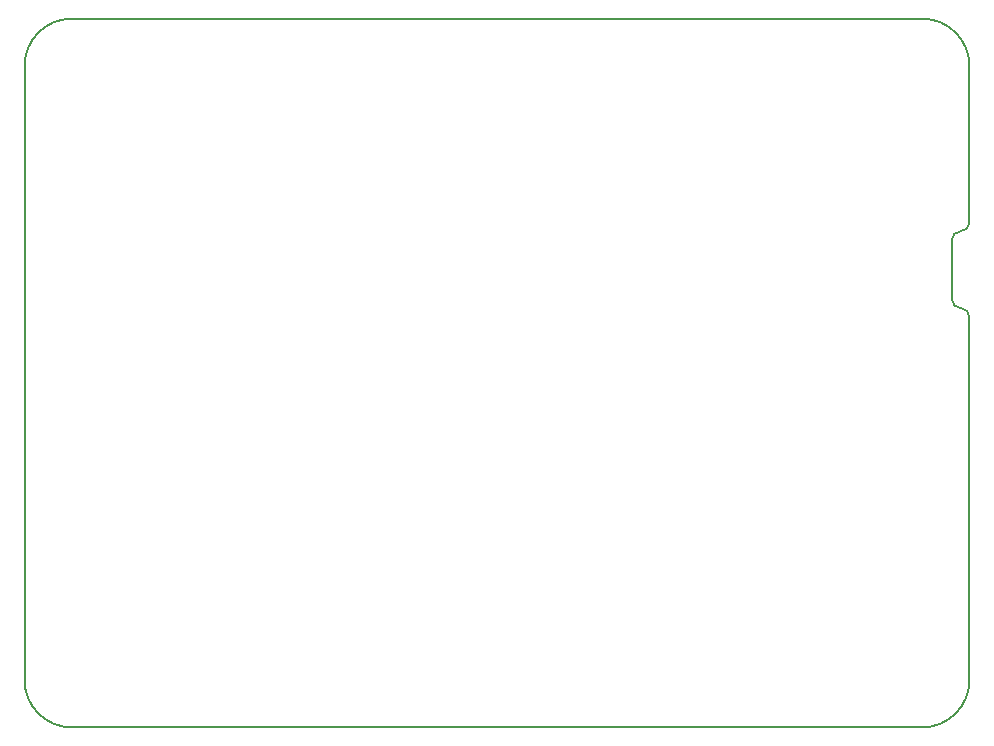
<source format=gbr>
G04 #@! TF.GenerationSoftware,KiCad,Pcbnew,5.0.2-5.fc29*
G04 #@! TF.CreationDate,2020-06-27T20:23:45+07:00*
G04 #@! TF.ProjectId,MP_SamBaseBoard_V1,4d505f53-616d-4426-9173-65426f617264,rev?*
G04 #@! TF.SameCoordinates,Original*
G04 #@! TF.FileFunction,Profile,NP*
%FSLAX45Y45*%
G04 Gerber Fmt 4.5, Leading zero omitted, Abs format (unit mm)*
G04 Created by KiCad (PCBNEW 5.0.2-5.fc29) date Sat 27 Jun 2020 08:23:45 PM +07*
%MOMM*%
%LPD*%
G01*
G04 APERTURE LIST*
%ADD10C,0.150000*%
G04 APERTURE END LIST*
D10*
X16000000Y-7250000D02*
X20100000Y-7250000D01*
X16000000Y-7250000D02*
X12900000Y-7250000D01*
X20500000Y-9775000D02*
X20500000Y-12850000D01*
X20500000Y-7650000D02*
X20500000Y-8975000D01*
X20425000Y-9700000D02*
G75*
G02X20350000Y-9625000I0J75000D01*
G01*
X20350000Y-9125000D02*
G75*
G02X20425000Y-9050000I75000J0D01*
G01*
X20350000Y-9125000D02*
X20350000Y-9625000D01*
X20500000Y-8975000D02*
G75*
G02X20425000Y-9050000I-75000J0D01*
G01*
X20425000Y-9700000D02*
G75*
G02X20500000Y-9775000I0J-75000D01*
G01*
X12900000Y-13250000D02*
X20100000Y-13250000D01*
X12500000Y-7650000D02*
G75*
G02X12900000Y-7250000I400000J0D01*
G01*
X20500000Y-12850000D02*
G75*
G02X20100000Y-13250000I-400000J0D01*
G01*
X12900000Y-13250000D02*
G75*
G02X12500000Y-12850000I0J400000D01*
G01*
X20100000Y-7250000D02*
G75*
G02X20500000Y-7650000I0J-400000D01*
G01*
X12500000Y-7650000D02*
X12500000Y-12850000D01*
M02*

</source>
